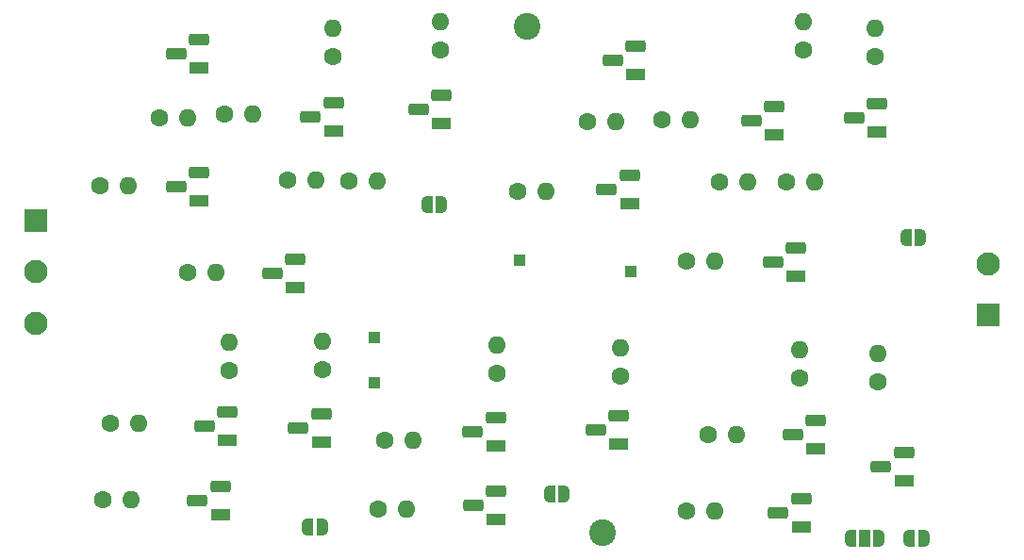
<source format=gbr>
%TF.GenerationSoftware,KiCad,Pcbnew,8.0.2-1*%
%TF.CreationDate,2024-05-13T20:57:24-04:00*%
%TF.ProjectId,Transistor_Calculator_V2,5472616e-7369-4737-946f-725f43616c63,rev?*%
%TF.SameCoordinates,Original*%
%TF.FileFunction,Soldermask,Top*%
%TF.FilePolarity,Negative*%
%FSLAX46Y46*%
G04 Gerber Fmt 4.6, Leading zero omitted, Abs format (unit mm)*
G04 Created by KiCad (PCBNEW 8.0.2-1) date 2024-05-13 20:57:24*
%MOMM*%
%LPD*%
G01*
G04 APERTURE LIST*
G04 Aperture macros list*
%AMRoundRect*
0 Rectangle with rounded corners*
0 $1 Rounding radius*
0 $2 $3 $4 $5 $6 $7 $8 $9 X,Y pos of 4 corners*
0 Add a 4 corners polygon primitive as box body*
4,1,4,$2,$3,$4,$5,$6,$7,$8,$9,$2,$3,0*
0 Add four circle primitives for the rounded corners*
1,1,$1+$1,$2,$3*
1,1,$1+$1,$4,$5*
1,1,$1+$1,$6,$7*
1,1,$1+$1,$8,$9*
0 Add four rect primitives between the rounded corners*
20,1,$1+$1,$2,$3,$4,$5,0*
20,1,$1+$1,$4,$5,$6,$7,0*
20,1,$1+$1,$6,$7,$8,$9,0*
20,1,$1+$1,$8,$9,$2,$3,0*%
%AMFreePoly0*
4,1,19,0.550000,-0.750000,0.000000,-0.750000,0.000000,-0.744911,-0.071157,-0.744911,-0.207708,-0.704816,-0.327430,-0.627875,-0.420627,-0.520320,-0.479746,-0.390866,-0.500000,-0.250000,-0.500000,0.250000,-0.479746,0.390866,-0.420627,0.520320,-0.327430,0.627875,-0.207708,0.704816,-0.071157,0.744911,0.000000,0.744911,0.000000,0.750000,0.550000,0.750000,0.550000,-0.750000,0.550000,-0.750000,
$1*%
%AMFreePoly1*
4,1,19,0.000000,0.744911,0.071157,0.744911,0.207708,0.704816,0.327430,0.627875,0.420627,0.520320,0.479746,0.390866,0.500000,0.250000,0.500000,-0.250000,0.479746,-0.390866,0.420627,-0.520320,0.327430,-0.627875,0.207708,-0.704816,0.071157,-0.744911,0.000000,-0.744911,0.000000,-0.750000,-0.550000,-0.750000,-0.550000,0.750000,0.000000,0.750000,0.000000,0.744911,0.000000,0.744911,
$1*%
%AMFreePoly2*
4,1,19,0.500000,-0.750000,0.000000,-0.750000,0.000000,-0.744911,-0.071157,-0.744911,-0.207708,-0.704816,-0.327430,-0.627875,-0.420627,-0.520320,-0.479746,-0.390866,-0.500000,-0.250000,-0.500000,0.250000,-0.479746,0.390866,-0.420627,0.520320,-0.327430,0.627875,-0.207708,0.704816,-0.071157,0.744911,0.000000,0.744911,0.000000,0.750000,0.500000,0.750000,0.500000,-0.750000,0.500000,-0.750000,
$1*%
%AMFreePoly3*
4,1,19,0.000000,0.744911,0.071157,0.744911,0.207708,0.704816,0.327430,0.627875,0.420627,0.520320,0.479746,0.390866,0.500000,0.250000,0.500000,-0.250000,0.479746,-0.390866,0.420627,-0.520320,0.327430,-0.627875,0.207708,-0.704816,0.071157,-0.744911,0.000000,-0.744911,0.000000,-0.750000,-0.500000,-0.750000,-0.500000,0.750000,0.000000,0.750000,0.000000,0.744911,0.000000,0.744911,
$1*%
G04 Aperture macros list end*
%ADD10FreePoly0,0.000000*%
%ADD11R,1.000000X1.500000*%
%ADD12FreePoly1,0.000000*%
%ADD13R,1.800000X1.100000*%
%ADD14RoundRect,0.275000X0.625000X-0.275000X0.625000X0.275000X-0.625000X0.275000X-0.625000X-0.275000X0*%
%ADD15C,1.600000*%
%ADD16O,1.600000X1.600000*%
%ADD17FreePoly2,0.000000*%
%ADD18FreePoly3,0.000000*%
%ADD19C,2.400000*%
%ADD20RoundRect,0.250001X-0.799999X0.799999X-0.799999X-0.799999X0.799999X-0.799999X0.799999X0.799999X0*%
%ADD21C,2.100000*%
%ADD22RoundRect,0.250001X0.799999X-0.799999X0.799999X0.799999X-0.799999X0.799999X-0.799999X-0.799999X0*%
%ADD23R,1.000000X1.000000*%
G04 APERTURE END LIST*
D10*
%TO.C,JP6*%
X88700000Y-66000000D03*
D11*
X90000000Y-66000000D03*
D12*
X91300000Y-66000000D03*
%TD*%
D13*
%TO.C,Q15*%
X56920000Y-64350000D03*
D14*
X54850000Y-63080000D03*
X56920000Y-61810000D03*
%TD*%
D15*
%TO.C,R3*%
X26650000Y-28220000D03*
D16*
X29190000Y-28220000D03*
%TD*%
D17*
%TO.C,JP1*%
X50700000Y-36000000D03*
D18*
X52000000Y-36000000D03*
%TD*%
D15*
%TO.C,R5*%
X32510000Y-27910000D03*
D16*
X35050000Y-27910000D03*
%TD*%
D13*
%TO.C,Q3*%
X42300000Y-29420000D03*
D14*
X40230000Y-28150000D03*
X42300000Y-26880000D03*
%TD*%
D15*
%TO.C,R7*%
X43680000Y-33950000D03*
D16*
X46220000Y-33950000D03*
%TD*%
D17*
%TO.C,JP2*%
X93700000Y-39000000D03*
D18*
X95000000Y-39000000D03*
%TD*%
D13*
%TO.C,Q7*%
X69460000Y-24360000D03*
D14*
X67390000Y-23090000D03*
X69460000Y-21820000D03*
%TD*%
D17*
%TO.C,JP5*%
X40000000Y-65000000D03*
D18*
X41300000Y-65000000D03*
%TD*%
D15*
%TO.C,R24*%
X68100000Y-51410000D03*
D16*
X68100000Y-48870000D03*
%TD*%
D15*
%TO.C,R6*%
X38185000Y-33850000D03*
D16*
X40725000Y-33850000D03*
%TD*%
D15*
%TO.C,R19*%
X22275000Y-55650000D03*
D16*
X24815000Y-55650000D03*
%TD*%
D13*
%TO.C,Q6*%
X68900000Y-35950000D03*
D14*
X66830000Y-34680000D03*
X68900000Y-33410000D03*
%TD*%
D15*
%TO.C,R15*%
X84470000Y-22165000D03*
D16*
X84470000Y-19625000D03*
%TD*%
D19*
%TO.C,J1*%
X59720000Y-20000000D03*
%TD*%
D13*
%TO.C,Q8*%
X81880000Y-29740000D03*
D14*
X79810000Y-28470000D03*
X81880000Y-27200000D03*
%TD*%
D15*
%TO.C,R18*%
X21585000Y-62520000D03*
D16*
X24125000Y-62520000D03*
%TD*%
D15*
%TO.C,R26*%
X73975000Y-63540000D03*
D16*
X76515000Y-63540000D03*
%TD*%
D15*
%TO.C,R10*%
X74000000Y-41080000D03*
D16*
X76540000Y-41080000D03*
%TD*%
D15*
%TO.C,R22*%
X46345000Y-63390000D03*
D16*
X48885000Y-63390000D03*
%TD*%
D17*
%TO.C,JP4*%
X61700000Y-62000000D03*
D18*
X63000000Y-62000000D03*
%TD*%
D13*
%TO.C,Q12*%
X32130000Y-63900000D03*
D14*
X30060000Y-62630000D03*
X32130000Y-61360000D03*
%TD*%
D15*
%TO.C,R23*%
X56960000Y-51190000D03*
D16*
X56960000Y-48650000D03*
%TD*%
D20*
%TO.C,Input_Pins1*%
X15600000Y-37470000D03*
D21*
X15600000Y-42070000D03*
X15600000Y-46670000D03*
%TD*%
D15*
%TO.C,R13*%
X76955000Y-34000000D03*
D16*
X79495000Y-34000000D03*
%TD*%
D19*
%TO.C,J2*%
X66500000Y-65500000D03*
%TD*%
D13*
%TO.C,Q16*%
X67900000Y-57540000D03*
D14*
X65830000Y-56270000D03*
X67900000Y-55000000D03*
%TD*%
D13*
%TO.C,Q9*%
X83820000Y-42450000D03*
D14*
X81750000Y-41180000D03*
X83820000Y-39910000D03*
%TD*%
D22*
%TO.C,Output_Pins1*%
X101120000Y-45970000D03*
D21*
X101120000Y-41370000D03*
%TD*%
D15*
%TO.C,R4*%
X51870000Y-22185000D03*
D16*
X51870000Y-19645000D03*
%TD*%
D15*
%TO.C,R12*%
X71775000Y-28450000D03*
D16*
X74315000Y-28450000D03*
%TD*%
D15*
%TO.C,R8*%
X90970000Y-22725000D03*
D16*
X90970000Y-20185000D03*
%TD*%
D15*
%TO.C,R1*%
X21325000Y-34330000D03*
D16*
X23865000Y-34330000D03*
%TD*%
D15*
%TO.C,R2*%
X29240000Y-42150000D03*
D16*
X31780000Y-42150000D03*
%TD*%
D13*
%TO.C,Q18*%
X84300000Y-64970000D03*
D14*
X82230000Y-63700000D03*
X84300000Y-62430000D03*
%TD*%
D13*
%TO.C,Q2*%
X30230000Y-23770000D03*
D14*
X28160000Y-22500000D03*
X30230000Y-21230000D03*
%TD*%
D15*
%TO.C,R20*%
X32910000Y-50890000D03*
D16*
X32910000Y-48350000D03*
%TD*%
D13*
%TO.C,Q1*%
X30230000Y-35700000D03*
D14*
X28160000Y-34430000D03*
X30230000Y-33160000D03*
%TD*%
D17*
%TO.C,JP3*%
X94000000Y-66000000D03*
D18*
X95300000Y-66000000D03*
%TD*%
D15*
%TO.C,R9*%
X58815000Y-34830000D03*
D16*
X61355000Y-34830000D03*
%TD*%
D15*
%TO.C,R25*%
X75945000Y-56720000D03*
D16*
X78485000Y-56720000D03*
%TD*%
D23*
%TO.C,TP2*%
X69000000Y-42000000D03*
%TD*%
D13*
%TO.C,Q19*%
X93530000Y-60860000D03*
D14*
X91460000Y-59590000D03*
X93530000Y-58320000D03*
%TD*%
D13*
%TO.C,Q4*%
X38900000Y-43520000D03*
D14*
X36830000Y-42250000D03*
X38900000Y-40980000D03*
%TD*%
D15*
%TO.C,R27*%
X84180000Y-51640000D03*
D16*
X84180000Y-49100000D03*
%TD*%
D13*
%TO.C,Q13*%
X41200000Y-57330000D03*
D14*
X39130000Y-56060000D03*
X41200000Y-54790000D03*
%TD*%
D13*
%TO.C,Q5*%
X52000000Y-28740000D03*
D14*
X49930000Y-27470000D03*
X52000000Y-26200000D03*
%TD*%
D15*
%TO.C,R17*%
X42220000Y-22715000D03*
D16*
X42220000Y-20175000D03*
%TD*%
D23*
%TO.C,TP4*%
X46000000Y-48000000D03*
%TD*%
D13*
%TO.C,Q11*%
X32780000Y-57170000D03*
D14*
X30710000Y-55900000D03*
X32780000Y-54630000D03*
%TD*%
D15*
%TO.C,R21*%
X46865000Y-57230000D03*
D16*
X49405000Y-57230000D03*
%TD*%
D13*
%TO.C,Q10*%
X91100000Y-29515000D03*
D14*
X89030000Y-28245000D03*
X91100000Y-26975000D03*
%TD*%
D15*
%TO.C,R28*%
X91160000Y-51960000D03*
D16*
X91160000Y-49420000D03*
%TD*%
D13*
%TO.C,Q17*%
X85630000Y-57990000D03*
D14*
X83560000Y-56720000D03*
X85630000Y-55450000D03*
%TD*%
D13*
%TO.C,Q14*%
X56880000Y-57690000D03*
D14*
X54810000Y-56420000D03*
X56880000Y-55150000D03*
%TD*%
D15*
%TO.C,R11*%
X65135000Y-28610000D03*
D16*
X67675000Y-28610000D03*
%TD*%
D23*
%TO.C,TP1*%
X59000000Y-41000000D03*
%TD*%
D15*
%TO.C,R14*%
X82960000Y-34000000D03*
D16*
X85500000Y-34000000D03*
%TD*%
D23*
%TO.C,TP3*%
X46000000Y-52000000D03*
%TD*%
D15*
%TO.C,R16*%
X41280000Y-50885000D03*
D16*
X41280000Y-48345000D03*
%TD*%
M02*

</source>
